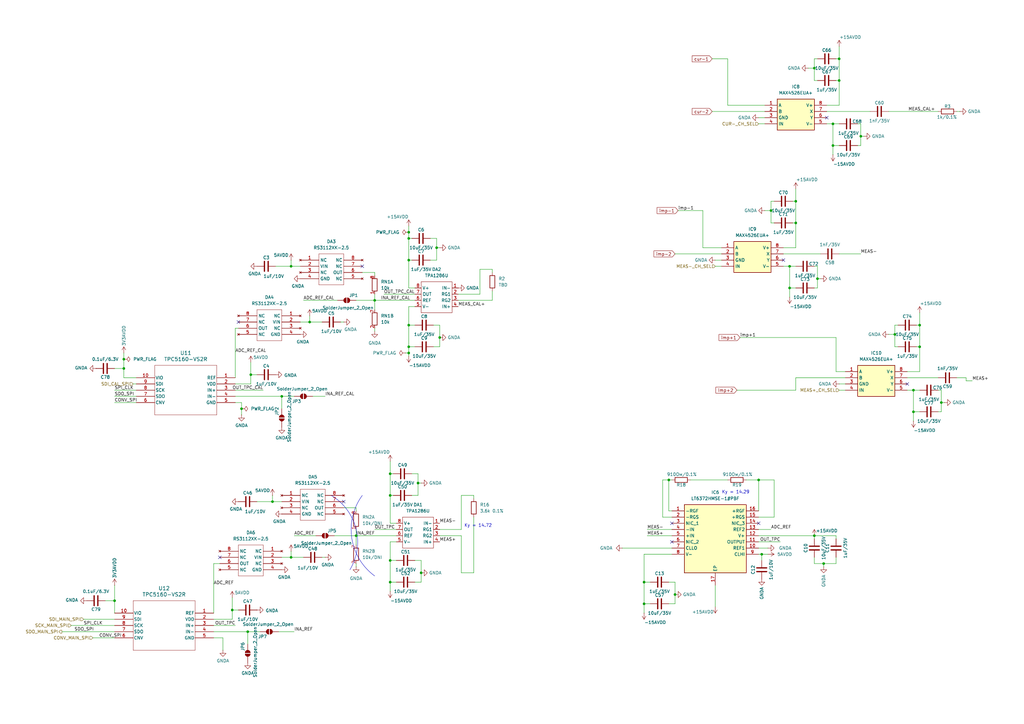
<source format=kicad_sch>
(kicad_sch (version 20250114) (generator "eeschema") (generator_version "9.0")
  (paper "A3")
  (arc (start 135.89 203.2) (mid 146.0126 216.8618) (end 143.51 233.68))
  (arc (start 153.67 236.22) (mid 144.2913 220.7621) (end 148.59 203.2))
  (text "Ку = 14.72\n" (at 196.088 215.646 0) (effects (font (size 1.27 1.27))))
  (text "Ку = 14.29" (at 301.752 201.93 0) (effects (font (size 1.27 1.27))))
  (junction (at 326.39 91.44))
  (junction (at 160.02 194.31))
  (junction (at 311.15 196.85))
  (junction (at 335.28 114.3))
  (junction (at 377.19 133.35))
  (junction (at 180.34 138.43))
  (junction (at 374.65 168.91))
  (junction (at 167.64 106.68))
  (junction (at 172.72 234.95))
  (junction (at 167.64 142.24))
  (junction (at 264.16 247.65))
  (junction (at 264.16 238.76))
  (junction (at 316.23 86.36))
  (junction (at 374.65 160.02))
  (junction (at 167.64 97.79))
  (junction (at 102.87 153.67))
  (junction (at 101.6 259.08))
  (junction (at 326.39 82.55))
  (junction (at 334.01 219.71))
  (junction (at 50.8 151.13))
  (junction (at 119.38 228.6))
  (junction (at 95.25 250.19))
  (junction (at 386.08 165.1))
  (junction (at 119.38 109.22))
  (junction (at 167.64 95.25))
  (junction (at 377.19 142.24))
  (junction (at 312.42 227.33))
  (junction (at 337.82 231.14))
  (junction (at 50.8 147.32))
  (junction (at 111.76 205.74))
  (junction (at 99.06 167.64))
  (junction (at 323.85 118.11))
  (junction (at 46.99 246.38))
  (junction (at 167.64 144.78))
  (junction (at 160.02 203.2))
  (junction (at 353.06 55.88))
  (junction (at 153.67 123.19))
  (junction (at 276.86 243.84))
  (junction (at 367.03 137.16))
  (junction (at 146.05 219.71))
  (junction (at 167.64 133.35))
  (junction (at 323.85 109.22))
  (junction (at 334.01 27.94))
  (junction (at 341.63 50.8))
  (junction (at 171.45 198.12))
  (junction (at 344.17 33.02))
  (junction (at 344.17 24.13))
  (junction (at 127 132.08))
  (junction (at 341.63 59.69))
  (junction (at 160.02 238.76))
  (junction (at 274.32 196.85))
  (junction (at 179.07 101.6))
  (junction (at 115.57 162.56))
  (junction (at 160.02 229.87))
  (no_connect (at 275.59 214.63))
  (no_connect (at 148.59 109.22))
  (no_connect (at 372.11 157.48))
  (no_connect (at 90.17 228.6))
  (no_connect (at 140.97 205.74))
  (no_connect (at 97.79 132.08))
  (no_connect (at 339.09 48.26))
  (no_connect (at 275.59 222.25))
  (no_connect (at 311.15 214.63))
  (no_connect (at 321.31 106.68))
  (wire (pts (xy 275.59 227.33) (xy 264.16 227.33)))
  (wire (pts (xy 303.53 138.43) (xy 342.9 138.43)))
  (wire (pts (xy 311.15 50.8) (xy 313.69 50.8)))
  (wire (pts (xy 264.16 247.65) (xy 264.16 251.46)))
  (wire (pts (xy 377.19 152.4) (xy 372.11 152.4)))
  (wire (pts (xy 189.23 234.95) (xy 194.31 234.95)))
  (wire (pts (xy 323.85 109.22) (xy 323.85 118.11)))
  (wire (pts (xy 353.06 104.14) (xy 344.17 104.14)))
  (wire (pts (xy 264.16 238.76) (xy 266.7 238.76)))
  (wire (pts (xy 337.82 231.14) (xy 342.9 231.14)))
  (wire (pts (xy 132.08 132.08) (xy 127 132.08)))
  (wire (pts (xy 313.69 86.36) (xy 316.23 86.36)))
  (wire (pts (xy 396.24 154.94) (xy 392.43 154.94)))
  (wire (pts (xy 157.48 120.65) (xy 170.18 120.65)))
  (wire (pts (xy 119.38 228.6) (xy 115.57 228.6)))
  (wire (pts (xy 194.31 203.2) (xy 194.31 204.47)))
  (wire (pts (xy 302.26 160.02) (xy 326.39 160.02)))
  (wire (pts (xy 351.79 50.8) (xy 353.06 50.8)))
  (wire (pts (xy 168.91 203.2) (xy 171.45 203.2)))
  (wire (pts (xy 276.86 247.65) (xy 276.86 243.84)))
  (wire (pts (xy 386.08 168.91) (xy 384.81 168.91)))
  (wire (pts (xy 196.85 110.49) (xy 201.93 110.49)))
  (wire (pts (xy 367.03 137.16) (xy 367.03 142.24)))
  (wire (pts (xy 377.19 133.35) (xy 375.92 133.35)))
  (wire (pts (xy 321.31 109.22) (xy 323.85 109.22)))
  (wire (pts (xy 353.06 50.8) (xy 353.06 55.88)))
  (wire (pts (xy 153.67 123.19) (xy 153.67 127)))
  (wire (pts (xy 368.3 133.35) (xy 367.03 133.35)))
  (wire (pts (xy 331.47 27.94) (xy 334.01 27.94)))
  (wire (pts (xy 176.53 97.79) (xy 179.07 97.79)))
  (wire (pts (xy 96.52 134.62) (xy 96.52 154.94)))
  (wire (pts (xy 372.11 154.94) (xy 384.81 154.94)))
  (wire (pts (xy 201.93 123.19) (xy 201.93 119.38)))
  (wire (pts (xy 95.25 254) (xy 95.25 250.19)))
  (wire (pts (xy 334.01 231.14) (xy 337.82 231.14)))
  (wire (pts (xy 55.88 160.02) (xy 46.99 160.02)))
  (wire (pts (xy 276.86 238.76) (xy 276.86 243.84)))
  (wire (pts (xy 148.59 111.76) (xy 153.67 111.76)))
  (wire (pts (xy 337.82 232.41) (xy 337.82 231.14)))
  (wire (pts (xy 96.52 134.62) (xy 97.79 134.62)))
  (wire (pts (xy 321.31 104.14) (xy 336.55 104.14)))
  (wire (pts (xy 170.18 118.11) (xy 167.64 118.11)))
  (wire (pts (xy 344.17 33.02) (xy 344.17 24.13)))
  (wire (pts (xy 335.28 118.11) (xy 334.01 118.11)))
  (wire (pts (xy 127 132.08) (xy 123.19 132.08)))
  (wire (pts (xy 171.45 203.2) (xy 171.45 198.12)))
  (wire (pts (xy 311.15 196.85) (xy 311.15 209.55)))
  (wire (pts (xy 153.67 120.65) (xy 153.67 123.19)))
  (wire (pts (xy 398.78 156.21) (xy 396.24 156.21)))
  (wire (pts (xy 374.65 168.91) (xy 377.19 168.91)))
  (wire (pts (xy 177.8 142.24) (xy 180.34 142.24)))
  (wire (pts (xy 344.17 19.05) (xy 344.17 24.13)))
  (wire (pts (xy 113.03 109.22) (xy 119.38 109.22)))
  (wire (pts (xy 384.81 45.72) (xy 364.49 45.72)))
  (wire (pts (xy 46.99 240.03) (xy 46.99 246.38)))
  (wire (pts (xy 334.01 219.71) (xy 342.9 219.71)))
  (wire (pts (xy 115.57 162.56) (xy 120.65 162.56)))
  (wire (pts (xy 95.25 245.11) (xy 95.25 250.19)))
  (wire (pts (xy 189.23 203.2) (xy 189.23 217.17)))
  (wire (pts (xy 179.07 97.79) (xy 179.07 101.6)))
  (wire (pts (xy 180.34 133.35) (xy 180.34 138.43)))
  (wire (pts (xy 162.56 214.63) (xy 160.02 214.63)))
  (wire (pts (xy 374.65 160.02) (xy 377.19 160.02)))
  (wire (pts (xy 99.06 170.18) (xy 99.06 167.64)))
  (wire (pts (xy 201.93 110.49) (xy 201.93 111.76)))
  (wire (pts (xy 160.02 194.31) (xy 161.29 194.31)))
  (wire (pts (xy 179.07 106.68) (xy 179.07 101.6)))
  (wire (pts (xy 320.04 222.25) (xy 311.15 222.25)))
  (wire (pts (xy 187.96 123.19) (xy 201.93 123.19)))
  (wire (pts (xy 275.59 212.09) (xy 271.78 212.09)))
  (wire (pts (xy 180.34 142.24) (xy 180.34 138.43)))
  (wire (pts (xy 326.39 77.47) (xy 326.39 82.55)))
  (wire (pts (xy 292.1 45.72) (xy 313.69 45.72)))
  (wire (pts (xy 102.87 153.67) (xy 105.41 153.67)))
  (wire (pts (xy 312.42 227.33) (xy 311.15 227.33)))
  (wire (pts (xy 293.37 248.92) (xy 293.37 240.03)))
  (wire (pts (xy 111.76 203.2) (xy 111.76 205.74)))
  (wire (pts (xy 25.4 259.08) (xy 46.99 259.08)))
  (wire (pts (xy 288.29 101.6) (xy 295.91 101.6)))
  (wire (pts (xy 377.19 142.24) (xy 377.19 152.4)))
  (wire (pts (xy 271.78 196.85) (xy 274.32 196.85)))
  (wire (pts (xy 101.6 259.08) (xy 101.6 264.16)))
  (wire (pts (xy 167.64 133.35) (xy 167.64 142.24)))
  (wire (pts (xy 312.42 227.33) (xy 312.42 229.87)))
  (wire (pts (xy 167.64 97.79) (xy 167.64 95.25)))
  (wire (pts (xy 120.65 219.71) (xy 129.54 219.71)))
  (wire (pts (xy 386.08 165.1) (xy 387.35 165.1)))
  (wire (pts (xy 160.02 238.76) (xy 162.56 238.76)))
  (wire (pts (xy 160.02 238.76) (xy 160.02 242.57)))
  (wire (pts (xy 384.81 160.02) (xy 386.08 160.02)))
  (wire (pts (xy 341.63 59.69) (xy 344.17 59.69)))
  (wire (pts (xy 311.15 48.26) (xy 313.69 48.26)))
  (wire (pts (xy 396.24 156.21) (xy 396.24 154.94)))
  (wire (pts (xy 139.7 132.08) (xy 140.97 132.08)))
  (wire (pts (xy 167.64 133.35) (xy 170.18 133.35)))
  (wire (pts (xy 342.9 138.43) (xy 342.9 152.4)))
  (wire (pts (xy 298.45 43.18) (xy 313.69 43.18)))
  (wire (pts (xy 140.97 208.28) (xy 146.05 208.28)))
  (wire (pts (xy 194.31 212.09) (xy 194.31 234.95)))
  (wire (pts (xy 160.02 229.87) (xy 160.02 238.76)))
  (wire (pts (xy 335.28 114.3) (xy 336.55 114.3)))
  (wire (pts (xy 189.23 219.71) (xy 189.23 234.95)))
  (wire (pts (xy 111.76 205.74) (xy 115.57 205.74)))
  (wire (pts (xy 167.64 97.79) (xy 168.91 97.79)))
  (wire (pts (xy 274.32 247.65) (xy 276.86 247.65)))
  (wire (pts (xy 316.23 82.55) (xy 316.23 86.36)))
  (wire (pts (xy 167.64 118.11) (xy 167.64 106.68)))
  (wire (pts (xy 172.72 229.87) (xy 172.72 234.95)))
  (wire (pts (xy 160.02 203.2) (xy 161.29 203.2)))
  (wire (pts (xy 87.63 254) (xy 95.25 254)))
  (wire (pts (xy 127 129.54) (xy 127 132.08)))
  (wire (pts (xy 264.16 247.65) (xy 266.7 247.65)))
  (wire (pts (xy 274.32 196.85) (xy 275.59 196.85)))
  (wire (pts (xy 342.9 152.4) (xy 346.71 152.4)))
  (wire (pts (xy 115.57 162.56) (xy 115.57 167.64)))
  (wire (pts (xy 167.64 95.25) (xy 167.64 92.71)))
  (wire (pts (xy 386.08 165.1) (xy 386.08 168.91)))
  (wire (pts (xy 386.08 160.02) (xy 386.08 165.1)))
  (wire (pts (xy 326.39 91.44) (xy 326.39 101.6)))
  (wire (pts (xy 189.23 203.2) (xy 194.31 203.2)))
  (wire (pts (xy 311.15 224.79) (xy 314.96 224.79)))
  (wire (pts (xy 339.09 50.8) (xy 341.63 50.8)))
  (wire (pts (xy 119.38 109.22) (xy 123.19 109.22)))
  (wire (pts (xy 146.05 123.19) (xy 153.67 123.19)))
  (wire (pts (xy 326.39 160.02) (xy 326.39 154.94)))
  (wire (pts (xy 334.01 33.02) (xy 335.28 33.02)))
  (wire (pts (xy 325.12 91.44) (xy 326.39 91.44)))
  (wire (pts (xy 96.52 157.48) (xy 102.87 157.48)))
  (wire (pts (xy 274.32 238.76) (xy 276.86 238.76)))
  (wire (pts (xy 274.32 209.55) (xy 274.32 196.85)))
  (wire (pts (xy 311.15 196.85) (xy 317.5 196.85)))
  (wire (pts (xy 283.21 196.85) (xy 298.45 196.85)))
  (wire (pts (xy 342.9 33.02) (xy 344.17 33.02)))
  (wire (pts (xy 344.17 24.13) (xy 342.9 24.13)))
  (wire (pts (xy 170.18 238.76) (xy 172.72 238.76)))
  (wire (pts (xy 344.17 33.02) (xy 344.17 43.18)))
  (wire (pts (xy 372.11 160.02) (xy 374.65 160.02)))
  (wire (pts (xy 55.88 157.48) (xy 54.61 157.48)))
  (wire (pts (xy 196.85 110.49) (xy 196.85 120.65)))
  (wire (pts (xy 317.5 212.09) (xy 311.15 212.09)))
  (wire (pts (xy 96.52 256.54) (xy 87.63 256.54)))
  (wire (pts (xy 153.67 123.19) (xy 170.18 123.19)))
  (wire (pts (xy 168.91 194.31) (xy 171.45 194.31)))
  (wire (pts (xy 50.8 154.94) (xy 55.88 154.94)))
  (wire (pts (xy 374.65 168.91) (xy 374.65 172.72)))
  (wire (pts (xy 132.08 228.6) (xy 133.35 228.6)))
  (wire (pts (xy 96.52 165.1) (xy 99.06 165.1)))
  (wire (pts (xy 167.64 144.78) (xy 167.64 146.05)))
  (wire (pts (xy 46.99 151.13) (xy 50.8 151.13)))
  (wire (pts (xy 393.7 45.72) (xy 392.43 45.72)))
  (wire (pts (xy 326.39 101.6) (xy 321.31 101.6)))
  (wire (pts (xy 87.63 259.08) (xy 101.6 259.08)))
  (wire (pts (xy 162.56 222.25) (xy 160.02 222.25)))
  (wire (pts (xy 374.65 160.02) (xy 374.65 168.91)))
  (wire (pts (xy 364.49 137.16) (xy 367.03 137.16)))
  (wire (pts (xy 353.06 55.88) (xy 354.33 55.88)))
  (wire (pts (xy 342.9 219.71) (xy 342.9 220.98)))
  (wire (pts (xy 119.38 226.06) (xy 119.38 228.6)))
  (wire (pts (xy 323.85 118.11) (xy 326.39 118.11)))
  (wire (pts (xy 265.43 217.17) (xy 275.59 217.17)))
  (wire (pts (xy 146.05 219.71) (xy 146.05 223.52)))
  (wire (pts (xy 180.34 219.71) (xy 189.23 219.71)))
  (wire (pts (xy 146.05 219.71) (xy 162.56 219.71)))
  (wire (pts (xy 124.46 228.6) (xy 119.38 228.6)))
  (wire (pts (xy 102.87 157.48) (xy 102.87 153.67)))
  (wire (pts (xy 160.02 214.63) (xy 160.02 203.2)))
  (wire (pts (xy 146.05 208.28) (xy 146.05 209.55)))
  (wire (pts (xy 335.28 109.22) (xy 335.28 114.3)))
  (wire (pts (xy 133.35 162.56) (xy 128.27 162.56)))
  (wire (pts (xy 50.8 151.13) (xy 50.8 154.94)))
  (wire (pts (xy 271.78 212.09) (xy 271.78 196.85)))
  (wire (pts (xy 114.3 259.08) (xy 120.65 259.08)))
  (wire (pts (xy 276.86 104.14) (xy 295.91 104.14)))
  (wire (pts (xy 160.02 229.87) (xy 162.56 229.87)))
  (wire (pts (xy 160.02 194.31) (xy 160.02 189.23)))
  (wire (pts (xy 317.5 196.85) (xy 317.5 212.09)))
  (wire (pts (xy 264.16 238.76) (xy 264.16 247.65)))
  (wire (pts (xy 146.05 217.17) (xy 146.05 219.71)))
  (wire (pts (xy 334.01 24.13) (xy 334.01 27.94)))
  (wire (pts (xy 275.59 209.55) (xy 274.32 209.55)))
  (wire (pts (xy 339.09 45.72) (xy 356.87 45.72)))
  (wire (pts (xy 255.27 224.79) (xy 275.59 224.79)))
  (wire (pts (xy 334.01 27.94) (xy 334.01 33.02)))
  (wire (pts (xy 334.01 220.98) (xy 334.01 219.71)))
  (wire (pts (xy 91.44 266.7) (xy 91.44 261.62)))
  (wire (pts (xy 107.95 160.02) (xy 96.52 160.02)))
  (wire (pts (xy 316.23 86.36) (xy 316.23 91.44)))
  (wire (pts (xy 288.29 86.36) (xy 288.29 101.6)))
  (wire (pts (xy 153.67 217.17) (xy 162.56 217.17)))
  (wire (pts (xy 326.39 82.55) (xy 325.12 82.55)))
  (wire (pts (xy 265.43 219.71) (xy 275.59 219.71)))
  (wire (pts (xy 38.1 261.62) (xy 46.99 261.62)))
  (wire (pts (xy 293.37 109.22) (xy 295.91 109.22)))
  (wire (pts (xy 264.16 227.33) (xy 264.16 238.76)))
  (wire (pts (xy 160.02 203.2) (xy 160.02 194.31)))
  (wire (pts (xy 171.45 198.12) (xy 172.72 198.12)))
  (wire (pts (xy 306.07 196.85) (xy 311.15 196.85)))
  (wire (pts (xy 160.02 222.25) (xy 160.02 229.87)))
  (wire (pts (xy 87.63 231.14) (xy 87.63 251.46)))
  (wire (pts (xy 344.17 43.18) (xy 339.09 43.18)))
  (wire (pts (xy 278.13 86.36) (xy 288.29 86.36)))
  (wire (pts (xy 87.63 231.14) (xy 90.17 231.14)))
  (wire (pts (xy 95.25 250.19) (xy 97.79 250.19)))
  (wire (pts (xy 46.99 246.38) (xy 46.99 251.46)))
  (wire (pts (xy 43.18 246.38) (xy 46.99 246.38)))
  (wire (pts (xy 170.18 125.73) (xy 167.64 125.73)))
  (wire (pts (xy 375.92 142.24) (xy 377.19 142.24)))
  (wire (pts (xy 341.63 50.8) (xy 344.17 50.8)))
  (wire (pts (xy 170.18 229.87) (xy 172.72 229.87)))
  (wire (pts (xy 119.38 106.68) (xy 119.38 109.22)))
  (wire (pts (xy 171.45 194.31) (xy 171.45 198.12)))
  (wire (pts (xy 323.85 109.22) (xy 326.39 109.22)))
  (wire (pts (xy 176.53 106.68) (xy 179.07 106.68)))
  (wire (pts (xy 153.67 111.76) (xy 153.67 113.03)))
  (wire (pts (xy 334.01 109.22) (xy 335.28 109.22)))
  (wire (pts (xy 341.63 50.8) (xy 341.63 59.69)))
  (wire (pts (xy 342.9 231.14) (xy 342.9 228.6)))
  (wire (pts (xy 50.8 144.78) (xy 50.8 147.32)))
  (wire (pts (xy 101.6 259.08) (xy 106.68 259.08)))
  (wire (pts (xy 166.37 144.78) (xy 167.64 144.78)))
  (wire (pts (xy 167.64 142.24) (xy 170.18 142.24)))
  (wire (pts (xy 167.64 106.68) (xy 167.64 97.79)))
  (wire (pts (xy 344.17 160.02) (xy 346.71 160.02)))
  (wire (pts (xy 353.06 55.88) (xy 353.06 59.69)))
  (wire (pts (xy 335.28 114.3) (xy 335.28 118.11)))
  (wire (pts (xy 323.85 118.11) (xy 323.85 121.92)))
  (wire (pts (xy 167.64 142.24) (xy 167.64 144.78)))
  (wire (pts (xy 311.15 219.71) (xy 334.01 219.71)))
  (wire (pts (xy 292.1 24.13) (xy 298.45 24.13)))
  (wire (pts (xy 29.21 256.54) (xy 46.99 256.54)))
  (wire (pts (xy 96.52 162.56) (xy 115.57 162.56)))
  (wire (pts (xy 50.8 147.32) (xy 50.8 151.13)))
  (wire (pts (xy 293.37 106.68) (xy 295.91 106.68)))
  (wire (pts (xy 137.16 219.71) (xy 146.05 219.71)))
  (wire (pts (xy 46.99 165.1) (xy 55.88 165.1)))
  (wire (pts (xy 326.39 91.44) (xy 326.39 82.55)))
  (wire (pts (xy 91.44 261.62) (xy 87.63 261.62)))
  (wire (pts (xy 316.23 217.17) (xy 311.15 217.17)))
  (wire (pts (xy 326.39 154.94) (xy 346.71 154.94)))
  (wire (pts (xy 314.96 227.33) (xy 312.42 227.33)))
  (wire (pts (xy 99.06 167.64) (xy 99.06 165.1)))
  (wire (pts (xy 167.64 125.73) (xy 167.64 133.35)))
  (wire (pts (xy 179.07 101.6) (xy 180.34 101.6)))
  (wire (pts (xy 180.34 217.17) (xy 189.23 217.17)))
  (wire (pts (xy 316.23 91.44) (xy 317.5 91.44)))
  (wire (pts (xy 105.41 205.74) (xy 111.76 205.74)))
  (wire (pts (xy 353.06 59.69) (xy 351.79 59.69)))
  (wire (pts (xy 317.5 82.55) (xy 316.23 82.55)))
  (wire (pts (xy 102.87 148.59) (xy 102.87 153.67)))
  (wire (pts (xy 377.19 142.24) (xy 377.19 133.35)))
  (wire (pts (xy 187.96 120.65) (xy 196.85 120.65)))
  (wire (pts (xy 153.67 135.89) (xy 153.67 134.62)))
  (wire (pts (xy 334.01 228.6) (xy 334.01 231.14)))
  (wire (pts (xy 335.28 24.13) (xy 334.01 24.13)))
  (wire (pts (xy 341.63 59.69) (xy 341.63 63.5)))
  (wire (pts (xy 367.03 133.35) (xy 367.03 137.16)))
  (wire (pts (xy 167.64 106.68) (xy 168.91 106.68)))
  (wire (pts (xy 146.05 232.41) (xy 146.05 231.14)))
  (wire (pts (xy 367.03 142.24) (xy 368.3 142.24)))
  (wire (pts (xy 298.45 24.13) (xy 298.45 43.18)))
  (wire (pts (xy 344.17 157.48) (xy 346.71 157.48)))
  (wire (pts (xy 377.19 128.27) (xy 377.19 133.35)))
  (wire (pts (xy 124.46 123.19) (xy 138.43 123.19)))
  (wire (pts (xy 177.8 133.35) (xy 180.34 133.35)))
  (wire (pts (xy 172.72 238.76) (xy 172.72 234.95)))
  (wire (pts (xy 46.99 162.56) (xy 55.88 162.56)))
  (wire (pts (xy 34.29 254) (xy 46.99 254)))
  (label "SDO_SPI" (at 30.48 259.08 0))
  (label "MEAS+" (at 180.34 222.25 0))
  (label "MEAS_CAL+" (at 187.96 125.73 0))
  (label "ADC_REF_CAL" (at 96.52 144.78 0))
  (label "imp+1" (at 303.53 138.43 0))
  (label "INA_REF" (at 146.05 219.71 0))
  (label "ADC_REF" (at 316.23 217.17 0))
  (label "INA_REF" (at 120.65 259.08 0))
  (label "MEAS-" (at 353.06 104.14 0))
  (label "ADC_REF" (at 87.63 240.03 0))
  (label "MEAS-" (at 180.34 214.63 0))
  (label "INA_REF_CAL" (at 156.21 123.19 0))
  (label "ADC_REF_CAL" (at 124.46 123.19 0))
  (label "ADC_REF" (at 120.65 219.71 0))
  (label "SPI_CLK" (at 46.99 160.02 0))
  (label "MEAS+" (at 398.78 156.21 0))
  (label "imp-1" (at 278.13 86.36 0))
  (label "CONV_SPI" (at 46.99 165.1 0))
  (label "OUT_TPC" (at 96.52 256.54 180))
  (label "SPI_CLK" (at 34.29 256.54 0))
  (label "OUT_TPC_CAL" (at 157.48 120.65 0))
  (label "INA_REF_CAL" (at 133.35 162.56 0))
  (label "OUT_TPC_CAL" (at 107.95 160.02 180))
  (label "CONV_SPI" (at 40.64 261.62 0))
  (label "OUT_TPC" (at 320.04 222.25 180))
  (label "OUT_TPC" (at 153.67 217.17 0))
  (label "SDO_SPI" (at 46.99 162.56 0))
  (label "MEAS+" (at 265.43 219.71 0))
  (label "MEAS-" (at 265.43 217.17 0))
  (label "MEAS_CAL+" (at 383.54 45.72 180))
  (global_label "imp-1" (shape input) (at 278.13 86.36 180) (property "Intersheetrefs" "${INTERSHEET_REFS}" (effects (hide yes))))
  (global_label "imp+1" (shape input) (at 303.53 138.43 180) (property "Intersheetrefs" "${INTERSHEET_REFS}" (effects (hide yes))))
  (global_label "cur-1" (shape input) (at 292.1 24.13 180) (property "Intersheetrefs" "${INTERSHEET_REFS}" (effects (hide yes))))
  (global_label "imp+2" (shape input) (at 302.26 160.02 180) (property "Intersheetrefs" "${INTERSHEET_REFS}" (effects (hide yes))))
  (global_label "cur-2" (shape input) (at 292.1 45.72 180) (property "Intersheetrefs" "${INTERSHEET_REFS}" (effects (hide yes))))
  (global_label "imp-2" (shape input) (at 276.86 104.14 180) (property "Intersheetrefs" "${INTERSHEET_REFS}" (effects (hide yes))))
  (hierarchical_label "MEAS-_CH_SEL" (shape input) (at 293.37 109.22 180))
  (hierarchical_label "MEAS+_CH_SEL" (shape input) (at 344.17 160.02 180))
  (hierarchical_label "SCK_MAIN_SPI" (shape input) (at 29.21 256.54 180))
  (hierarchical_label "SDI_CAL_SPI" (shape input) (at 54.61 157.48 180))
  (hierarchical_label "CONV_MAIN_SPI" (shape input) (at 38.1 261.62 180))
  (hierarchical_label "CUR-_CH_SEL" (shape input) (at 311.15 50.8 180))
  (hierarchical_label "SDO_MAIN_SPI" (shape output) (at 25.4 259.08 180))
  (hierarchical_label "SDI_MAIN_SPI" (shape input) (at 34.29 254 180))
  (symbol (lib_id "Device:C") (at 166.37 229.87 270) (mirror x) (unit 1)
    (property "Reference" "C51" (at 166.37 226.314 90))
    (property "Value" "1uF/35V" (at 166.37 233.68 90))
    (property "Footprint" "Capacitor_SMD:C_0603_1608Metric_Pad1.08x0.95mm_HandSolder" (effects (hide yes)))
    (property "Description" "Unpolarized capacitor" (effects (hide yes)))
  )
  (symbol (lib_id "Device:C") (at 101.6 205.74 270) (mirror x) (unit 1)
    (property "Reference" "C46" (at 101.6 202.184 90))
    (property "Value" "1uF/10V" (at 104.648 209.804 90))
    (property "Footprint" "Capacitor_SMD:C_0603_1608Metric_Pad1.08x0.95mm_HandSolder" (effects (hide yes)))
    (property "Description" "Unpolarized capacitor" (effects (hide yes)))
  )
  (symbol (lib_id "power:VDD") (at 264.16 251.46 180) (unit 1)
    (property "Reference" "#PWR092" (effects (hide yes)))
    (property "Value" "-15AVDD" (at 268.732 255.27 0))
    (property "Description" "Power symbol creates a global label with name \"VDD\"" (effects (hide yes)))
  )
  (symbol (lib_id "LT6372HMSE-1#PBF:LT6372HMSE-1#PBF") (at 275.59 209.55 0) (unit 1)
    (property "Reference" "IC6" (at 293.37 201.93 0))
    (property "Value" "LT6372HMSE-1#PBF" (at 293.37 204.47 0))
    (property "Footprint" "SOP50P490X110-17N" (effects (hide yes)))
    (property "Datasheet" "https://www.analog.com/LT6372-1/datasheet" (effects (hide yes)))
    (property "Description" "Precision Instrumentation Amplifier with Level Shift and Output Clamping" (effects (hide yes)))
    (property "Height" "1.1" (effects (hide yes)))
    (property "Manufacturer_Name" "Analog Devices" (effects (hide yes)))
    (property "Manufacturer_Part_Number" "LT6372HMSE-1#PBF" (effects (hide yes)))
    (property "Mouser Part Number" "584-LT6372HMSE-1#PBF" (effects (hide yes)))
    (property "Mouser Price/Stock" "https://www.mouser.co.uk/ProductDetail/Analog-Devices/LT6372HMSE-1PBF?qs=zW32dvEIR3sgRPIeqvuzhg%3D%3D" (effects (hide yes)))
  )
  (symbol (lib_id "Device:R") (at 194.31 208.28 0) (unit 1)
    (property "Reference" "R16" (at 196.85 207.0099 0) (effects (justify left)))
    (property "Value" "3.6k 0.1%" (at 196.85 209.5499 0) (effects (justify left)))
    (property "Footprint" "Resistor_SMD:R_0805_2012Metric_Pad1.20x1.40mm_HandSolder" (effects (hide yes)))
    (property "Description" "Resistor" (effects (hide yes)))
  )
  (symbol (lib_id "Device:C") (at 173.99 142.24 270) (mirror x) (unit 1)
    (property "Reference" "C9" (at 173.99 138.684 90))
    (property "Value" "10uF/35V" (at 173.99 146.05 90))
    (property "Footprint" "Capacitor_SMD:C_0805_2012Metric_Pad1.18x1.45mm_HandSolder" (effects (hide yes)))
    (property "Description" "Unpolarized capacitor" (effects (hide yes)))
  )
  (symbol (lib_id "Device:C") (at 321.31 82.55 90) (unit 1)
    (property "Reference" "C70" (at 321.31 78.994 90))
    (property "Value" "10uF/35V" (at 321.31 86.36 90))
    (property "Footprint" "Capacitor_SMD:C_0805_2012Metric_Pad1.18x1.45mm_HandSolder" (effects (hide yes)))
    (property "Description" "Unpolarized capacitor" (effects (hide yes)))
  )
  (symbol (lib_id "zpc-lib:TPA1286U") (at 179.07 115.57 0) (mirror y) (unit 1)
    (property "Reference" "DA2" (at 179.07 110.49 0))
    (property "Value" "TPA1286U" (at 179.07 113.03 0))
    (property "Footprint" "Package_SO:MSOP-8_3x3mm_P0.65mm" (effects (hide yes)))
  )
  (symbol (lib_id "Device:R") (at 279.4 196.85 270) (unit 1)
    (property "Reference" "R18" (at 279.4 198.882 90))
    (property "Value" "910Ом/0.1%" (at 279.654 194.564 90))
    (property "Footprint" "Resistor_SMD:R_0603_1608Metric_Pad0.98x0.95mm_HandSolder" (effects (hide yes)))
    (property "Description" "Resistor" (effects (hide yes)))
  )
  (symbol (lib_id "power:GNDA") (at 115.57 210.82 270) (unit 1)
    (property "Reference" "#PWR075" (effects (hide yes)))
    (property "Value" "GNDA" (at 114.554 213.868 90))
    (property "Description" "Power symbol creates a global label with name \"GNDA\" , analog ground" (effects (hide yes)))
  )
  (symbol (lib_id "Device:C") (at 334.01 224.79 180) (unit 1)
    (property "Reference" "C10" (at 330.454 224.79 90))
    (property "Value" "10uF/35V" (at 337.82 224.79 90))
    (property "Footprint" "Capacitor_SMD:C_0805_2012Metric_Pad1.18x1.45mm_HandSolder" (effects (hide yes)))
    (property "Description" "Unpolarized capacitor" (effects (hide yes)))
  )
  (symbol (lib_id "Device:R_Pack04_Split") (at 153.67 116.84 0) (unit 1)
    (property "Reference" "RN1" (at 156.21 115.5699 0) (effects (justify left)))
    (property "Value" "10k" (at 156.21 118.1099 0) (effects (justify left)))
    (property "Footprint" "Resistor_SMD:R_Array_Convex_4x0603" (effects (hide yes)))
    (property "Description" "4 resistor network, parallel topology, split" (effects (hide yes)))
  )
  (symbol (lib_id "power:GNDA") (at 354.33 55.88 90) (mirror x) (unit 1)
    (property "Reference" "#PWR0107" (effects (hide yes)))
    (property "Value" "GNDA" (at 360.172 55.88 90))
    (property "Description" "Power symbol creates a global label with name \"GNDA\" , analog ground" (effects (hide yes)))
  )
  (symbol (lib_id "power:GNDA") (at 293.37 106.68 270) (mirror x) (unit 1)
    (property "Reference" "#PWR0110" (effects (hide yes)))
    (property "Value" "GNDA" (at 287.528 106.68 90))
    (property "Description" "Power symbol creates a global label with name \"GNDA\" , analog ground" (effects (hide yes)))
  )
  (symbol (lib_id "Device:R") (at 388.62 45.72 90) (unit 1)
    (property "Reference" "R3" (at 388.62 43.688 90))
    (property "Value" "1k/0.1%" (at 388.366 48.006 90))
    (property "Footprint" "Resistor_SMD:R_0603_1608Metric_Pad0.98x0.95mm_HandSolder" (effects (hide yes)))
    (property "Description" "Resistor" (effects (hide yes)))
  )
  (symbol (lib_id "Device:C") (at 321.31 91.44 90) (unit 1)
    (property "Reference" "C71" (at 321.31 87.884 90))
    (property "Value" "1uF/35V" (at 321.31 95.25 90))
    (property "Footprint" "Capacitor_SMD:C_0603_1608Metric_Pad1.08x0.95mm_HandSolder" (effects (hide yes)))
    (property "Description" "Unpolarized capacitor" (effects (hide yes)))
  )
  (symbol (lib_id "Jumper:SolderJumper_2_Open") (at 124.46 162.56 180) (unit 1) (exclude_from_sim yes) (in_bom no)
    (property "Reference" "JP3" (at 121.666 164.592 0))
    (property "Value" "SolderJumper_2_Open" (at 123.952 159.512 0))
    (property "Footprint" "Jumper:SolderJumper-2_P1.3mm_Open_TrianglePad1.0x1.5mm" (effects (hide yes)))
    (property "Description" "Solder Jumper, 2-pole, open" (effects (hide yes)))
  )
  (symbol (lib_id "power:VDD") (at 95.25 245.11 0) (mirror y) (unit 1)
    (property "Reference" "#PWR071" (effects (hide yes)))
    (property "Value" "5AVDD" (at 99.314 243.078 0))
    (property "Description" "Power symbol creates a global label with name \"VDD\"" (effects (hide yes)))
  )
  (symbol (lib_id "power:GNDA") (at 337.82 232.41 0) (unit 1)
    (property "Reference" "#PWR088" (effects (hide yes)))
    (property "Value" "GNDA" (at 337.82 238.252 90))
    (property "Description" "Power symbol creates a global label with name \"GNDA\" , analog ground" (effects (hide yes)))
  )
  (symbol (lib_id "2024-07-17_19-58-29:TPC5160-VS2R") (at 96.52 154.94 0) (mirror y) (unit 1)
    (property "Reference" "U11" (at 76.2 144.78 0) (effects (font (size 1.524 1.524))))
    (property "Value" "TPC5160-VS2R" (at 76.2 147.32 0) (effects (font (size 1.524 1.524))))
    (property "Footprint" "VS2MSOP-10-A_TPK" (effects (hide yes)))
    (property "Datasheet" "TPC5160-VS2R" (effects (hide yes)))
  )
  (symbol (lib_id "power:GNDA") (at 123.19 114.3 270) (unit 1)
    (property "Reference" "#PWR014" (effects (hide yes)))
    (property "Value" "GNDA" (at 122.174 117.348 90))
    (property "Description" "Power symbol creates a global label with name \"GNDA\" , analog ground" (effects (hide yes)))
  )
  (symbol (lib_id "power:GNDA") (at 313.69 86.36 270) (unit 1)
    (property "Reference" "#PWR0111" (effects (hide yes)))
    (property "Value" "GNDA" (at 307.848 86.36 90))
    (property "Description" "Power symbol creates a global label with name \"GNDA\" , analog ground" (effects (hide yes)))
  )
  (symbol (lib_id "MAX4526CSA+:MAX4526CSA+") (at 346.71 152.4 0) (unit 1)
    (property "Reference" "IC10" (at 359.41 144.78 0))
    (property "Value" "MAX4526EUA+" (at 359.41 147.32 0))
    (property "Footprint" "SOIC127P600X175-8N" (effects (hide yes)))
    (property "Datasheet" "https://datasheet.datasheetarchive.com/originals/distributors/SFDatasheet-4/sf-00086637.pdf" (effects (hide yes)))
    (property "Description" "Analogue Switch Single DPDT" (effects (hide yes)))
    (property "Height" "1.75" (effects (hide yes)))
    (property "Manufacturer_Name" "Analog Devices" (effects (hide yes)))
    (property "Manufacturer_Part_Number" "MAX4526CSA+" (effects (hide yes)))
    (property "Mouser Part Number" "700-MAX4526CSA" (effects (hide yes)))
    (property "Mouser Price/Stock" "https://www.mouser.co.uk/ProductDetail/Maxim-Integrated/MAX4526CSA%2b?qs=1THa7WoU59Hn83AxU9K9Cg%3D%3D" (effects (hide yes)))
  )
  (symbol (lib_id "power:GNDA") (at 180.34 138.43 90) (mirror x) (unit 1)
    (property "Reference" "#PWR022" (effects (hide yes)))
    (property "Value" "GNDA" (at 186.182 138.43 90))
    (property "Description" "Power symbol creates a global label with name \"GNDA\" , analog ground" (effects (hide yes)))
  )
  (symbol (lib_id "Device:C") (at 381 168.91 270) (mirror x) (unit 1)
    (property "Reference" "C77" (at 381 165.354 90))
    (property "Value" "10uF/35V" (at 381 172.72 90))
    (property "Footprint" "Capacitor_SMD:C_0805_2012Metric_Pad1.18x1.45mm_HandSolder" (effects (hide yes)))
    (property "Description" "Unpolarized capacitor" (effects (hide yes)))
  )
  (symbol (lib_id "Device:C") (at 330.2 118.11 270) (mirror x) (unit 1)
    (property "Reference" "C73" (at 330.2 114.554 90))
    (property "Value" "10uF/35V" (at 330.2 121.92 90))
    (property "Footprint" "Capacitor_SMD:C_0805_2012Metric_Pad1.18x1.45mm_HandSolder" (effects (hide yes)))
    (property "Description" "Unpolarized capacitor" (effects (hide yes)))
  )
  (symbol (lib_id "Device:C") (at 101.6 250.19 90) (unit 1)
    (property "Reference" "C47" (at 101.6 246.634 90))
    (property "Value" "1uF/10V" (at 101.6 254 90))
    (property "Footprint" "Capacitor_SMD:C_0603_1608Metric_Pad1.08x0.95mm_HandSolder" (effects (hide yes)))
    (property "Description" "Unpolarized capacitor" (effects (hide yes)))
  )
  (symbol (lib_id "Device:C") (at 388.62 154.94 270) (unit 1)
    (property "Reference" "C59" (at 388.62 158.496 90))
    (property "Value" "1nF/35V" (at 388.62 151.13 90))
    (property "Footprint" "Capacitor_SMD:C_0603_1608Metric_Pad1.08x0.95mm_HandSolder" (effects (hide yes)))
    (property "Description" "Unpolarized capacitor" (effects (hide yes)))
  )
  (symbol (lib_id "power:VDD") (at 119.38 226.06 0) (mirror y) (unit 1)
    (property "Reference" "#PWR077" (effects (hide yes)))
    (property "Value" "5AVDD" (at 123.444 224.028 0))
    (property "Description" "Power symbol creates a global label with name \"VDD\"" (effects (hide yes)))
  )
  (symbol (lib_id "power:GNDA") (at 105.41 250.19 90) (mirror x) (unit 1)
    (property "Reference" "#PWR073" (effects (hide yes)))
    (property "Value" "GNDA" (at 111.506 250.444 90))
    (property "Description" "Power symbol creates a global label with name \"GNDA\" , analog ground" (effects (hide yes)))
  )
  (symbol (lib_id "Device:C") (at 43.18 151.13 270) (unit 1)
    (property "Reference" "C78" (at 43.18 154.686 90))
    (property "Value" "0.1uF/6.3V" (at 43.18 147.32 90))
    (property "Footprint" "Capacitor_SMD:C_0603_1608Metric_Pad1.08x0.95mm_HandSolder" (effects (hide yes)))
    (property "Description" "Unpolarized capacitor" (effects (hide yes)))
  )
  (symbol (lib_id "power:GNDA") (at 314.96 224.79 90) (unit 1)
    (property "Reference" "#PWR094" (effects (hide yes)))
    (property "Value" "GNDA" (at 322.072 224.79 90))
    (property "Description" "Power symbol creates a global label with name \"GNDA\" , analog ground" (effects (hide yes)))
  )
  (symbol (lib_id "power:VDD") (at 46.99 240.03 0) (mirror y) (unit 1)
    (property "Reference" "#PWR0124" (effects (hide yes)))
    (property "Value" "3V3AVDD" (at 46.99 232.918 90))
    (property "Description" "Power symbol creates a global label with name \"VDD\"" (effects (hide yes)))
  )
  (symbol (lib_id "Device:R_Pack04_Split") (at 146.05 213.36 0) (unit 1)
    (property "Reference" "RN2" (at 148.59 212.0899 0) (effects (justify left)))
    (property "Value" "10k/DNI" (at 148.59 214.6299 0) (effects (justify left)))
    (property "Footprint" "Resistor_SMD:R_Array_Convex_4x0603" (effects (hide yes)))
    (property "Description" "4 resistor network, parallel topology, split" (effects (hide yes)))
  )
  (symbol (lib_id "power:GNDA") (at 91.44 266.7 0) (mirror y) (unit 1)
    (property "Reference" "#PWR070" (effects (hide yes)))
    (property "Value" "GNDA" (at 91.44 271.018 0))
    (property "Description" "Power symbol creates a global label with name \"GNDA\" , analog ground" (effects (hide yes)))
  )
  (symbol (lib_id "power:GNDA") (at 344.17 157.48 270) (mirror x) (unit 1)
    (property "Reference" "#PWR0117" (effects (hide yes)))
    (property "Value" "GNDA" (at 338.328 157.48 90))
    (property "Description" "Power symbol creates a global label with name \"GNDA\" , analog ground" (effects (hide yes)))
  )
  (symbol (lib_id "Device:C") (at 128.27 228.6 90) (unit 1)
    (property "Reference" "C48" (at 128.27 225.044 90))
    (property "Value" "1uF/10V" (at 126.238 232.918 90))
    (property "Footprint" "Capacitor_SMD:C_0603_1608Metric_Pad1.08x0.95mm_HandSolder" (effects (hide yes)))
    (property "Description" "Unpolarized capacitor" (effects (hide yes)))
  )
  (symbol (lib_id "power:VDD") (at 314.96 227.33 270) (unit 1)
    (property "Reference" "#PWR090" (effects (hide yes)))
    (property "Value" "5AVDD" (at 321.818 227.33 90))
    (property "Description" "Power symbol creates a global label with name \"VDD\"" (effects (hide yes)))
  )
  (symbol (lib_id "Device:C") (at 165.1 203.2 270) (mirror x) (unit 1)
    (property "Reference" "C50" (at 165.1 199.644 90))
    (property "Value" "1uF/35V" (at 165.1 207.01 90))
    (property "Footprint" "Capacitor_SMD:C_0603_1608Metric_Pad1.08x0.95mm_HandSolder" (effects (hide yes)))
    (property "Description" "Unpolarized capacitor" (effects (hide yes)))
  )
  (symbol (lib_id "power:GNDA") (at 336.55 114.3 90) (mirror x) (unit 1)
    (property "Reference" "#PWR0114" (effects (hide yes)))
    (property "Value" "GNDA" (at 342.392 114.3 90))
    (property "Description" "Power symbol creates a global label with name \"GNDA\" , analog ground" (effects (hide yes)))
  )
  (symbol (lib_id "power:GNDA") (at 115.57 233.68 90) (mirror x) (unit 1)
    (property "Reference" "#PWR076" (effects (hide yes)))
    (property "Value" "GNDA" (at 116.586 236.728 90))
    (property "Description" "Power symbol creates a global label with name \"GNDA\" , analog ground" (effects (hide yes)))
  )
  (symbol (lib_id "Device:C") (at 381 160.02 270) (mirror x) (unit 1)
    (property "Reference" "C76" (at 384.556 159.004 90))
    (property "Value" "1uF/35V" (at 381 163.83 90))
    (property "Footprint" "Capacitor_SMD:C_0603_1608Metric_Pad1.08x0.95mm_HandSolder" (effects (hide yes)))
    (property "Description" "Unpolarized capacitor" (effects (hide yes)))
  )
  (symbol (lib_id "Device:C") (at 270.51 247.65 270) (mirror x) (unit 1)
    (property "Reference" "C57" (at 270.51 244.094 90))
    (property "Value" "10uF/35V" (at 270.51 251.46 90))
    (property "Footprint" "Capacitor_SMD:C_0805_2012Metric_Pad1.18x1.45mm_HandSolder" (effects (hide yes)))
    (property "Description" "Unpolarized capacitor" (effects (hide yes)))
  )
  (symbol (lib_id "power:GNDA") (at 113.03 153.67 90) (mirror x) (unit 1)
    (property "Reference" "#PWR012" (effects (hide yes)))
    (property "Value" "GNDA" (at 119.126 153.924 90))
    (property "Description" "Power symbol creates a global label with name \"GNDA\" , analog ground" (effects (hide yes)))
  )
  (symbol (lib_id "Device:C") (at 172.72 97.79 270) (mirror x) (unit 1)
    (property "Reference" "C6" (at 172.72 94.234 90))
    (property "Value" "10uF/35V" (at 172.72 101.6 90))
    (property "Footprint" "Capacitor_SMD:C_0805_2012Metric_Pad1.18x1.45mm_HandSolder" (effects (hide yes)))
    (property "Description" "Unpolarized capacitor" (effects (hide yes)))
  )
  (symbol (lib_id "power:GNDA") (at 35.56 246.38 270) (mirror x) (unit 1)
    (property "Reference" "#PWR068" (effects (hide yes)))
    (property "Value" "GNDA" (at 29.464 246.126 90))
    (property "Description" "Power symbol creates a global label with name \"GNDA\" , analog ground" (effects (hide yes)))
  )
  (symbol (lib_id "Device:C") (at 109.22 153.67 90) (unit 1)
    (property "Reference" "C4" (at 109.22 150.114 90))
    (property "Value" "1uF/10V" (at 109.22 157.48 90))
    (property "Footprint" "Capacitor_SMD:C_0603_1608Metric_Pad1.08x0.95mm_HandSolder" (effects (hide yes)))
    (property "Description" "Unpolarized capacitor" (effects (hide yes)))
  )
  (symbol (lib_id "Jumper:SolderJumper_2_Open") (at 101.6 267.97 90) (unit 1) (exclude_from_sim yes) (in_bom no)
    (property "Reference" "JP6" (at 99.568 265.176 0))
    (property "Value" "SolderJumper_2_Open" (at 104.648 267.462 0))
    (property "Footprint" "Jumper:SolderJumper-2_P1.3mm_Open_TrianglePad1.0x1.5mm" (effects (hide yes)))
    (property "Description" "Solder Jumper, 2-pole, open" (effects (hide yes)))
  )
  (symbol (lib_id "power:VDD") (at 167.64 146.05 180) (unit 1)
    (property "Reference" "#PWR020" (effects (hide yes)))
    (property "Value" "-15AVDD" (at 172.212 149.86 0))
    (property "Description" "Power symbol creates a global label with name \"VDD\"" (effects (hide yes)))
  )
  (symbol (lib_id "power:GNDA") (at 312.42 237.49 0) (unit 1)
    (property "Reference" "#PWR091" (effects (hide yes)))
    (property "Value" "GNDA" (at 312.42 243.332 90))
    (property "Description" "Power symbol creates a global label with name \"GNDA\" , analog ground" (effects (hide yes)))
  )
  (symbol (lib_id "zpc-lib:RS3112") (at 110.49 127 0) (mirror y) (unit 1)
    (property "Reference" "DA4" (at 110.49 121.92 0))
    (property "Value" "RS3112XK-2.5" (at 110.49 124.46 0))
    (property "Footprint" "Package_SO:SOIC-8_3.9x4.9mm_P1.27mm" (effects (hide yes)))
  )
  (symbol (lib_id "power:GNDA") (at 140.97 132.08 90) (mirror x) (unit 1)
    (property "Reference" "#PWR017" (effects (hide yes)))
    (property "Value" "GNDA" (at 143.764 135.128 90))
    (property "Description" "Power symbol creates a global label with name \"GNDA\" , analog ground" (effects (hide yes)))
  )
  (symbol (lib_id "power:GNDA") (at 276.86 243.84 90) (mirror x) (unit 1)
    (property "Reference" "#PWR093" (effects (hide yes)))
    (property "Value" "GNDA" (at 282.702 243.84 90))
    (property "Description" "Power symbol creates a global label with name \"GNDA\" , analog ground" (effects (hide yes)))
  )
  (symbol (lib_id "power:VDD") (at 102.87 148.59 0) (mirror y) (unit 1)
    (property "Reference" "#PWR010" (effects (hide yes)))
    (property "Value" "5AVDD" (at 106.934 146.558 0))
    (property "Description" "Power symbol creates a global label with name \"VDD\"" (effects (hide yes)))
  )
  (symbol (lib_id "power:VDD") (at 111.76 203.2 0) (unit 1)
    (property "Reference" "#PWR074" (effects (hide yes)))
    (property "Value" "5AVDD" (at 107.696 201.168 0))
    (property "Description" "Power symbol creates a global label with name \"VDD\"" (effects (hide yes)))
  )
  (symbol (lib_id "power:GNDA") (at 393.7 45.72 90) (mirror x) (unit 1)
    (property "Reference" "#PWR024" (effects (hide yes)))
    (property "Value" "GNDA" (at 399.542 45.72 90))
    (property "Description" "Power symbol creates a global label with name \"GNDA\" , analog ground" (effects (hide yes)))
  )
  (symbol (lib_id "power:VDD") (at 323.85 121.92 180) (unit 1)
    (property "Reference" "#PWR0112" (effects (hide yes)))
    (property "Value" "-15AVDD" (at 328.422 125.73 0))
    (property "Description" "Power symbol creates a global label with name \"VDD\"" (effects (hide yes)))
  )
  (symbol (lib_id "Device:C") (at 342.9 224.79 180) (unit 1)
    (property "Reference" "C11" (at 339.344 224.79 90))
    (property "Value" "1uF/35V" (at 346.71 224.79 90))
    (property "Footprint" "Capacitor_SMD:C_0603_1608Metric_Pad1.08x0.95mm_HandSolder" (effects (hide yes)))
    (property "Description" "Unpolarized capacitor" (effects (hide yes)))
  )
  (symbol (lib_id "power:GNDA") (at 172.72 198.12 90) (mirror x) (unit 1)
    (property "Reference" "#PWR082" (effects (hide yes)))
    (property "Value" "GNDA" (at 178.562 198.12 90))
    (property "Description" "Power symbol creates a global label with name \"GNDA\" , analog ground" (effects (hide yes)))
  )
  (symbol (lib_id "Device:C") (at 312.42 233.68 180) (unit 1)
    (property "Reference" "C12" (at 308.864 233.68 90))
    (property "Value" "1uF/10V" (at 316.23 233.68 90))
    (property "Footprint" "Capacitor_SMD:C_0603_1608Metric_Pad1.08x0.95mm_HandSolder" (effects (hide yes)))
    (property "Description" "Unpolarized capacitor" (effects (hide yes)))
  )
  (symbol (lib_id "Device:C") (at 109.22 109.22 270) (mirror x) (unit 1)
    (property "Reference" "C3" (at 109.22 105.664 90))
    (property "Value" "1uF/10V" (at 112.268 113.284 90))
    (property "Footprint" "Capacitor_SMD:C_0603_1608Metric_Pad1.08x0.95mm_HandSolder" (effects (hide yes)))
    (property "Description" "Unpolarized capacitor" (effects (hide yes)))
  )
  (symbol (lib_id "Device:C") (at 339.09 24.13 90) (unit 1)
    (property "Reference" "C66" (at 339.09 20.574 90))
    (property "Value" "10uF/35V" (at 339.09 27.94 90))
    (property "Footprint" "Capacitor_SMD:C_0805_2012Metric_Pad1.18x1.45mm_HandSolder" (effects (hide yes)))
    (property "Description" "Unpolarized capacitor" (effects (hide yes)))
  )
  (symbol (lib_id "power:GNDA") (at 115.57 175.26 0) (mirror y) (unit 1)
    (property "Reference" "#PWR084" (effects (hide yes)))
    (property "Value" "GNDA" (at 115.57 179.578 0))
    (property "Description" "Power symbol creates a global label with name \"GNDA\" , analog ground" (effects (hide yes)))
  )
  (symbol (lib_id "power:VDD") (at 160.02 242.57 180) (unit 1)
    (property "Reference" "#PWR081" (effects (hide yes)))
    (property "Value" "-15AVDD" (at 164.592 246.38 0))
    (property "Description" "Power symbol creates a global label with name \"VDD\"" (effects (hide yes)))
  )
  (symbol (lib_id "Jumper:SolderJumper_2_Open") (at 133.35 219.71 0) (unit 1) (exclude_from_sim yes) (in_bom no)
    (property "Reference" "JP5" (at 136.144 217.678 0))
    (property "Value" "SolderJumper_2_Open" (at 133.858 222.758 0))
    (property "Footprint" "Jumper:SolderJumper-2_P1.3mm_Open_TrianglePad1.0x1.5mm" (effects (hide yes)))
    (property "Description" "Solder Jumper, 2-pole, open" (effects (hide yes)))
  )
  (symbol (lib_id "power:VDD") (at 377.19 128.27 0) (mirror y) (unit 1)
    (property "Reference" "#PWR0120" (effects (hide yes)))
    (property "Value" "+15AVDD" (at 381.762 124.46 0))
    (property "Description" "Power symbol creates a global label with name \"VDD\"" (effects (hide yes)))
  )
  (symbol (lib_id "power:VDD") (at 334.01 219.71 0) (mirror y) (unit 1)
    (property "Reference" "#PWR026" (effects (hide yes)))
    (property "Value" "+15AVDD" (at 339.09 217.678 0))
    (property "Description" "Power symbol creates a global label with name \"VDD\"" (effects (hide yes)))
  )
  (symbol (lib_id "Device:C") (at 166.37 238.76 270) (mirror x) (unit 1)
    (property "Reference" "C52" (at 166.37 235.204 90))
    (property "Value" "10uF/35V" (at 166.37 242.57 90))
    (property "Footprint" "Capacitor_SMD:C_0805_2012Metric_Pad1.18x1.45mm_HandSolder" (effects (hide yes)))
    (property "Description" "Unpolarized capacitor" (effects (hide yes)))
  )
  (symbol (lib_id "Device:R_Pack04_Split") (at 146.05 227.33 0) (unit 2)
    (property "Reference" "RN2" (at 148.59 226.0599 0) (effects (justify left)))
    (property "Value" "10k/DNI" (at 148.59 228.5999 0) (effects (justify left)))
    (property "Footprint" "Resistor_SMD:R_Array_Convex_4x0603" (effects (hide yes)))
    (property "Description" "4 resistor network, parallel topology, split" (effects (hide yes)))
  )
  (symbol (lib_id "power:VDD") (at 344.17 19.05 0) (mirror y) (unit 1)
    (property "Reference" "#PWR0106" (effects (hide yes)))
    (property "Value" "+15AVDD" (at 348.742 15.24 0))
    (property "Description" "Power symbol creates a global label with name \"VDD\"" (effects (hide yes)))
  )
  (symbol (lib_id "power:GNDA") (at 99.06 170.18 0) (mirror y) (unit 1)
    (property "Reference" "#PWR09" (effects (hide yes)))
    (property "Value" "GNDA" (at 99.06 174.498 0))
    (property "Description" "Power symbol creates a global label with name \"GNDA\" , analog ground" (effects (hide yes)))
  )
  (symbol (lib_id "Device:C") (at 340.36 104.14 270) (unit 1)
    (property "Reference" "C58" (at 340.36 107.696 90))
    (property "Value" "1nF/35V" (at 340.36 100.33 90))
    (property "Footprint" "Capacitor_SMD:C_0603_1608Metric_Pad1.08x0.95mm_HandSolder" (effects (hide yes)))
    (property "Description" "Unpolarized capacitor" (effects (hide yes)))
  )
  (symbol (lib_id "power:GNDA") (at 39.37 151.13 270) (mirror x) (unit 1)
    (property "Reference" "#PWR067" (effects (hide yes)))
    (property "Value" "GNDA" (at 33.274 150.876 90))
    (property "Description" "Power symbol creates a global label with name \"GNDA\" , analog ground" (effects (hide yes)))
  )
  (symbol (lib_id "Device:R_Pack04_Split") (at 153.67 130.81 0) (unit 2)
    (property "Reference" "RN1" (at 156.21 129.5399 0) (effects (justify left)))
    (property "Value" "10k" (at 156.21 132.0799 0) (effects (justify left)))
    (property "Footprint" "Resistor_SMD:R_Array_Convex_4x0603" (effects (hide yes)))
    (property "Description" "4 resistor network, parallel topology, split" (effects (hide yes)))
  )
  (symbol (lib_id "Device:C") (at 165.1 194.31 270) (mirror x) (unit 1)
    (property "Reference" "C49" (at 165.1 190.754 90))
    (property "Value" "10uF/35V" (at 165.1 198.12 90))
    (property "Footprint" "Capacitor_SMD:C_0805_2012Metric_Pad1.18x1.45mm_HandSolder" (effects (hide yes)))
    (property "Description" "Unpolarized capacitor" (effects (hide yes)))
  )
  (symbol (lib_id "power:PWR_FLAG") (at 50.8 147.32 270) (unit 1)
    (property "Reference" "#FLG09" (effects (hide yes)))
    (property "Value" "PWR_FLAG" (at 54.61 147.3199 90) (effects (justify left)))
    (property "Description" "Special symbol for telling ERC where power comes from" (effects (hide yes)))
  )
  (symbol (lib_id "power:GNDA") (at 331.47 27.94 270) (unit 1)
    (property "Reference" "#PWR0104" (effects (hide yes)))
    (property "Value" "GNDA" (at 325.628 27.94 90))
    (property "Description" "Power symbol creates a global label with name \"GNDA\" , analog ground" (effects (hide yes)))
  )
  (symbol (lib_id "power:GNDA") (at 255.27 224.79 270) (unit 1)
    (property "Reference" "#PWR089" (effects (hide yes)))
    (property "Value" "GNDA" (at 248.666 224.79 90))
    (property "Description" "Power symbol creates a global label with name \"GNDA\" , analog ground" (effects (hide yes)))
  )
  (symbol (lib_id "power:GNDA") (at 101.6 271.78 0) (mirror y) (unit 1)
    (property "Reference" "#PWR096" (effects (hide yes)))
    (property "Value" "GNDA" (at 101.6 276.098 0))
    (property "Description" "Power symbol creates a global label with name \"GNDA\" , analog ground" (effects (hide yes)))
  )
  (symbol (lib_id "power:VDD") (at 160.02 189.23 0) (unit 1)
    (property "Reference" "#PWR080" (effects (hide yes)))
    (property "Value" "+15AVDD" (at 155.448 185.42 0))
    (property "Description" "Power symbol creates a global label with name \"VDD\"" (effects (hide yes)))
  )
  (symbol (lib_id "MAX4526CSA+:MAX4526CSA+") (at 313.69 43.18 0) (unit 1)
    (property "Reference" "IC8" (at 326.39 35.56 0))
    (property "Value" "MAX4526EUA+" (at 326.39 38.1 0))
    (property "Footprint" "SOIC127P600X175-8N" (effects (hide yes)))
    (property "Datasheet" "https://datasheet.datasheetarchive.com/originals/distributors/SFDatasheet-4/sf-00086637.pdf" (effects (hide yes)))
    (property "Description" "Analogue Switch Single DPDT" (effects (hide yes)))
    (property "Height" "1.75" (effects (hide yes)))
    (property "Manufacturer_Name" "Analog Devices" (effects (hide yes)))
    (property "Manufacturer_Part_Number" "MAX4526CSA+" (effects (hide yes)))
    (property "Mouser Part Number" "700-MAX4526CSA" (effects (hide yes)))
    (property "Mouser Price/Stock" "https://www.mouser.co.uk/ProductDetail/Maxim-Integrated/MAX4526CSA%2b?qs=1THa7WoU59Hn83AxU9K9Cg%3D%3D" (effects (hide yes)))
  )
  (symbol (lib_id "Device:C") (at 135.89 132.08 90) (unit 1)
    (property "Reference" "C5" (at 135.89 128.524 90))
    (property "Value" "1uF/10V" (at 135.89 135.89 90))
    (property "Footprint" "Capacitor_SMD:C_0603_1608Metric_Pad1.08x0.95mm_HandSolder" (effects (hide yes)))
    (property "Description" "Unpolarized capacitor" (effects (hide yes)))
  )
  (symbol (lib_id "power:VDD") (at 119.38 106.68 0) (unit 1)
    (property "Reference" "#PWR013" (effects (hide yes)))
    (property "Value" "5AVDD" (at 115.316 104.648 0))
    (property "Description" "Power symbol creates a global label with name \"VDD\"" (effects (hide yes)))
  )
  (symbol (lib_id "power:VDD") (at 326.39 77.47 0) (mirror y) (unit 1)
    (property "Reference" "#PWR0113" (effects (hide yes)))
    (property "Value" "+15AVDD" (at 330.962 73.66 0))
    (property "Description" "Power symbol creates a global label with name \"VDD\"" (effects (hide yes)))
  )
  (symbol (lib_id "Device:C") (at 173.99 133.35 270) (mirror x) (unit 1)
    (property "Reference" "C8" (at 173.99 129.794 90))
    (property "Value" "1uF/35V" (at 173.99 137.16 90))
    (property "Footprint" "Capacitor_SMD:C_0603_1608Metric_Pad1.08x0.95mm_HandSolder" (effects (hide yes)))
    (property "Description" "Unpolarized capacitor" (effects (hide yes)))
  )
  (symbol (lib_id "Jumper:SolderJumper_2_Open") (at 110.49 259.08 180) (unit 1) (exclude_from_sim yes) (in_bom no)
    (property "Reference" "JP7" (at 107.696 261.112 0))
    (property "Value" "SolderJumper_2_Open" (at 109.982 256.032 0))
    (property "Footprint" "Jumper:SolderJumper-2_P1.3mm_Open_TrianglePad1.0x1.5mm" (effects (hide yes)))
    (property "Description" "Solder Jumper, 2-pole, open" (effects (hide yes)))
  )
  (symbol (lib_id "power:GNDA") (at 123.19 137.16 90) (mirror x) (unit 1)
    (property "Reference" "#PWR015" (effects (hide yes)))
    (property "Value" "GNDA" (at 124.206 140.208 90))
    (property "Description" "Power symbol creates a global label with name \"GNDA\" , analog ground" (effects (hide yes)))
  )
  (symbol (lib_id "Device:C") (at 372.11 142.24 90) (unit 1)
    (property "Reference" "C75" (at 372.11 138.684 90))
    (property "Value" "1uF/35V" (at 372.11 146.05 90))
    (property "Footprint" "Capacitor_SMD:C_0603_1608Metric_Pad1.08x0.95mm_HandSolder" (effects (hide yes)))
    (property "Description" "Unpolarized capacitor" (effects (hide yes)))
  )
  (symbol (lib_id "power:GNDA") (at 364.49 137.16 270) (unit 1)
    (property "Reference" "#PWR0118" (effects (hide yes)))
    (property "Value" "GNDA" (at 358.648 137.16 90))
    (property "Description" "Power symbol creates a global label with name \"GNDA\" , analog ground" (effects (hide yes)))
  )
  (symbol (lib_id "power:PWR_FLAG") (at 99.06 167.64 270) (unit 1)
    (property "Reference" "#FLG013" (effects (hide yes)))
    (property "Value" "PWR_FLAG" (at 102.87 167.6399 90) (effects (justify left)))
    (property "Description" "Special symbol for telling ERC where power comes from" (effects (hide yes)))
  )
  (symbol (lib_id "power:VDD") (at 341.63 63.5 180) (unit 1)
    (property "Reference" "#PWR0105" (effects (hide yes)))
    (property "Value" "-15AVDD" (at 346.202 67.31 0))
    (property "Description" "Power symbol creates a global label with name \"VDD\"" (effects (hide yes)))
  )
  (symbol (lib_id "MAX4526CSA+:MAX4526CSA+") (at 295.91 101.6 0) (unit 1)
    (property "Reference" "IC9" (at 308.61 93.98 0))
    (property "Value" "MAX4526EUA+" (at 308.61 96.52 0))
    (property "Footprint" "SOIC127P600X175-8N" (effects (hide yes)))
    (property "Datasheet" "https://datasheet.datasheetarchive.com/originals/distributors/SFDatasheet-4/sf-00086637.pdf" (effects (hide yes)))
    (property "Description" "Analogue Switch Single DPDT" (effects (hide yes)))
    (property "Height" "1.75" (effects (hide yes)))
    (property "Manufacturer_Name" "Analog Devices" (effects (hide yes)))
    (property "Manufacturer_Part_Number" "MAX4526CSA+" (effects (hide yes)))
    (property "Mouser Part Number" "700-MAX4526CSA" (effects (hide yes)))
    (property "Mouser Price/Stock" "https://www.mouser.co.uk/ProductDetail/Maxim-Integrated/MAX4526CSA%2b?qs=1THa7WoU59Hn83AxU9K9Cg%3D%3D" (effects (hide yes)))
  )
  (symbol (lib_id "zpc-lib:RS3112") (at 128.27 200.66 0) (unit 1)
    (property "Reference" "DA5" (at 128.27 195.58 0))
    (property "Value" "RS3112XK-2.5" (at 128.27 198.12 0))
    (property "Footprint" "Package_SO:SOIC-8_3.9x4.9mm_P1.27mm" (effects (hide yes)))
  )
  (symbol (lib_id "Device:R") (at 201.93 115.57 0) (unit 1)
    (property "Reference" "R2" (at 204.47 114.2999 0) (effects (justify left)))
    (property "Value" "TBD" (at 204.47 116.8399 0) (effects (justify left)))
    (property "Footprint" "Resistor_SMD:R_0805_2012Metric_Pad1.20x1.40mm_HandSolder" (effects (hide yes)))
    (property "Description" "Resistor" (effects (hide yes)))
  )
  (symbol (lib_id "power:VDD") (at 374.65 172.72 180) (unit 1)
    (property "Reference" "#PWR0119" (effects (hide yes)))
    (property "Value" "-15AVDD" (at 379.222 176.53 0))
    (property "Description" "Power symbol creates a global label with name \"VDD\"" (effects (hide yes)))
  )
  (symbol (lib_id "Device:C") (at 39.37 246.38 270) (unit 1)
    (property "Reference" "C79" (at 39.37 249.936 90))
    (property "Value" "0.1uF/6.3V" (at 39.37 242.57 90))
    (property "Footprint" "Capacitor_SMD:C_0603_1608Metric_Pad1.08x0.95mm_HandSolder" (effects (hide yes)))
    (property "Description" "Unpolarized capacitor" (effects (hide yes)))
  )
  (symbol (lib_id "power:GNDA") (at 311.15 48.26 270) (mirror x) (unit 1)
    (property "Reference" "#PWR0103" (effects (hide yes)))
    (property "Value" "GNDA" (at 305.308 48.26 90))
    (property "Description" "Power symbol creates a global label with name \"GNDA\" , analog ground" (effects (hide yes)))
  )
  (symbol (lib_id "power:VDD") (at 167.64 92.71 0) (unit 1)
    (property "Reference" "#PWR019" (effects (hide yes)))
    (property "Value" "+15AVDD" (at 163.068 88.9 0))
    (property "Description" "Power symbol creates a global label with name \"VDD\"" (effects (hide yes)))
  )
  (symbol (lib_id "zpc-lib:TPA1286U") (at 171.45 212.09 0) (mirror y) (unit 1)
    (property "Reference" "DA1" (at 171.45 207.01 0))
    (property "Value" "TPA1286U" (at 171.45 209.55 0))
    (property "Footprint" "Package_SO:MSOP-8_3x3mm_P0.65mm" (effects (hide yes)))
  )
  (symbol (lib_id "2024-07-17_19-58-29:TPC5160-VS2R") (at 87.63 251.46 0) (mirror y) (unit 1)
    (property "Reference" "U12" (at 67.31 241.3 0) (effects (font (size 1.524 1.524))))
    (property "Value" "TPC5160-VS2R" (at 67.31 243.84 0) (effects (font (size 1.524 1.524))))
    (property "Footprint" "VS2MSOP-10-A_TPK" (effects (hide yes)))
    (property "Datasheet" "TPC5160-VS2R" (effects (hide yes)))
  )
  (symbol (lib_id "power:PWR_FLAG") (at 167.64 95.25 90) (unit 1)
    (property "Reference" "#FLG04" (effects (hide yes)))
    (property "Value" "PWR_FLAG" (at 163.83 95.2499 90) (effects (justify left)))
    (property "Description" "Special symbol for telling ERC where power comes from" (effects (hide yes)))
  )
  (symbol (lib_id "power:VDD") (at 50.8 144.78 0) (mirror y) (unit 1)
    (property "Reference" "#PWR023" (effects (hide yes)))
    (property "Value" "3V3AVDD" (at 50.8 137.668 90))
    (property "Description" "Power symbol creates a global label with name \"VDD\"" (effects (hide yes)))
  )
  (symbol (lib_id "Device:C") (at 360.68 45.72 90) (unit 1)
    (property "Reference" "C60" (at 360.68 42.164 90))
    (property "Value" "1nF/35V" (at 360.68 49.53 90))
    (property "Footprint" "Capacitor_SMD:C_0603_1608Metric_Pad1.08x0.95mm_HandSolder" (effects (hide yes)))
    (property "Description" "Unpolarized capacitor" (effects (hide yes)))
  )
  (symbol (lib_id "power:GNDA") (at 133.35 228.6 90) (mirror x) (unit 1)
    (property "Reference" "#PWR078" (effects (hide yes)))
    (property "Value" "GNDA" (at 134.366 231.648 90))
    (property "Description" "Power symbol creates a global label with name \"GNDA\" , analog ground" (effects (hide yes)))
  )
  (symbol (lib_id "Device:C") (at 172.72 106.68 270) (mirror x) (unit 1)
    (property "Reference" "C7" (at 172.72 103.124 90))
    (property "Value" "1uF/35V" (at 172.72 110.49 90))
    (property "Footprint" "Capacitor_SMD:C_0603_1608Metric_Pad1.08x0.95mm_HandSolder" (effects (hide yes)))
    (property "Description" "Unpolarized capacitor" (effects (hide yes)))
  )
  (symbol (lib_id "Device:R") (at 302.26 196.85 270) (unit 1)
    (property "Reference" "R19" (at 302.26 198.882 90))
    (property "Value" "910Ом/0.1%" (at 302.514 194.564 90))
    (property "Footprint" "Resistor_SMD:R_0603_1608Metric_Pad0.98x0.95mm_HandSolder" (effects (hide yes)))
    (property "Description" "Resistor" (effects (hide yes)))
  )
  (symbol (lib_id "power:GNDA") (at 180.34 101.6 90) (mirror x) (unit 1)
    (property "Reference" "#PWR021" (effects (hide yes)))
    (property "Value" "GNDA" (at 186.182 101.6 90))
    (property "Description" "Power symbol creates a global label with name \"GNDA\" , analog ground" (effects (hide yes)))
  )
  (symbol (lib_id "power:GNDA") (at 172.72 234.95 90) (mirror x) (unit 1)
    (property "Reference" "#PWR083" (effects (hide yes)))
    (property "Value" "GNDA" (at 178.562 234.95 90))
    (property "Description" "Power symbol creates a global label with name \"GNDA\" , analog ground" (effects (hide yes)))
  )
  (symbol (lib_id "power:GNDA") (at 387.35 165.1 90) (mirror x) (unit 1)
    (property "Reference" "#PWR0121" (effects (hide yes)))
    (property "Value" "GNDA" (at 393.192 165.1 90))
    (property "Description" "Power symbol creates a global label with name \"GNDA\" , analog ground" (effects (hide yes)))
  )
  (symbol (lib_id "Device:C") (at 330.2 109.22 270) (mirror x) (unit 1)
    (property "Reference" "C72" (at 333.756 108.204 90))
    (property "Value" "1uF/35V" (at 330.2 113.03 90))
    (property "Footprint" "Capacitor_SMD:C_0603_1608Metric_Pad1.08x0.95mm_HandSolder" (effects (hide yes)))
    (property "Description" "Unpolarized capacitor" (effects (hide yes)))
  )
  (symbol (lib_id "Device:C") (at 372.11 133.35 90) (unit 1)
    (property "Reference" "C74" (at 372.11 129.794 90))
    (property "Value" "10uF/35V" (at 372.11 137.16 90))
    (property "Footprint" "Capacitor_SMD:C_0805_2012Metric_Pad1.18x1.45mm_HandSolder" (effects (hide yes)))
    (property "Description" "Unpolarized capacitor" (effects (hide yes)))
  )
  (symbol (lib_id "Jumper:SolderJumper_2_Open") (at 142.24 123.19 0) (unit 1) (exclude_from_sim yes) (in_bom no)
    (property "Reference" "JP1" (at 145.034 121.158 0))
    (property "Value" "SolderJumper_2_Open" (at 142.748 126.238 0))
    (property "Footprint" "Jumper:SolderJumper-2_P1.3mm_Open_TrianglePad1.0x1.5mm" (effects (hide yes)))
    (property "Description" "Solder Jumper, 2-pole, open" (effects (hide yes)))
  )
  (symbol (lib_id "zpc-lib:RS3112") (at 135.89 104.14 0) (unit 1)
    (property "Reference" "DA3" (at 135.89 99.06 0))
    (property "Value" "RS3112XK-2.5" (at 135.89 101.6 0))
    (property "Footprint" "Package_SO:SOIC-8_3.9x4.9mm_P1.27mm" (effects (hide yes)))
  )
  (symbol (lib_id "Device:C") (at 270.51 238.76 270) (mirror x) (unit 1)
    (property "Reference" "C13" (at 270.51 235.204 90))
    (property "Value" "1uF/35V" (at 270.51 242.57 90))
    (property "Footprint" "Capacitor_SMD:C_0603_1608Metric_Pad1.08x0.95mm_HandSolder" (effects (hide yes)))
    (property "Description" "Unpolarized capacitor" (effects (hide yes)))
  )
  (symbol (lib_id "Device:C") (at 339.09 33.02 90) (unit 1)
    (property "Reference" "C67" (at 339.09 29.464 90))
    (property "Value" "1uF/35V" (at 339.09 36.83 90))
    (property "Footprint" "Capacitor_SMD:C_0603_1608Metric_Pad1.08x0.95mm_HandSolder" (effects (hide yes)))
    (property "Description" "Unpolarized capacitor" (effects (hide yes)))
  )
  (symbol (lib_id "power:GNDA") (at 146.05 232.41 0) (unit 1)
    (property "Reference" "#PWR079" (effects (hide yes)))
    (property "Value" "GNDA" (at 146.05 237.236 0))
    (property "Description" "Power symbol creates a global label with name \"GNDA\" , analog ground" (effects (hide yes)))
  )
  (symbol (lib_id "power:PWR_FLAG") (at 166.37 144.78 90) (unit 1)
    (property "Reference" "#FLG012" (effects (hide yes)))
    (property "Value" "PWR_FLAG" (at 162.56 144.7799 90) (effects (justify left)))
    (property "Description" "Special symbol for telling ERC where power comes from" (effects (hide yes)))
  )
  (symbol (lib_id "power:VDD") (at 127 129.54 0) (mirror y) (unit 1)
    (property "Reference" "#PWR016" (effects (hide yes)))
    (property "Value" "5AVDD" (at 131.064 127.508 0))
    (property "Description" "Power symbol creates a global label with name \"VDD\"" (effects (hide yes)))
  )
  (symbol (lib_id "power:VDD") (at 293.37 248.92 0) (mirror x) (unit 1)
    (property "Reference" "#PWR095" (effects (hide yes)))
    (property "Value" "+15AVDD" (at 288.29 250.952 0))
    (property "Description" "Power symbol creates a global label with name \"VDD\"" (effects (hide yes)))
  )
  (symbol (lib_id "Device:C") (at 347.98 50.8 270) (mirror x) (unit 1)
    (property "Reference" "C68" (at 351.536 49.784 90))
    (property "Value" "1uF/35V" (at 347.98 54.61 90))
    (property "Footprint" "Capacitor_SMD:C_0603_1608Metric_Pad1.08x0.95mm_HandSolder" (effects (hide yes)))
    (property "Description" "Unpolarized capacitor" (effects (hide yes)))
  )
  (symbol (lib_id "Device:C") (at 347.98 59.69 270) (mirror x) (unit 1)
    (property "Reference" "C69" (at 347.98 56.134 90))
    (property "Value" "10uF/35V" (at 347.98 63.5 90))
    (property "Footprint" "Capacitor_SMD:C_0805_2012Metric_Pad1.18x1.45mm_HandSolder" (effects (hide yes)))
    (property "Description" "Unpolarized capacitor" (effects (hide yes)))
  )
  (symbol (lib_id "Jumper:SolderJumper_2_Open") (at 115.57 171.45 90) (unit 1) (exclude_from_sim yes) (in_bom no)
    (property "Reference" "JP2" (at 113.538 168.656 0))
    (property "Value" "SolderJumper_2_Open" (at 118.618 170.942 0))
    (property "Footprint" "Jumper:SolderJumper-2_P1.3mm_Open_TrianglePad1.0x1.5mm" (effects (hide yes)))
    (property "Description" "Solder Jumper, 2-pole, open" (effects (hide yes)))
  )
  (symbol (lib_id "power:GNDA") (at 153.67 135.89 0) (unit 1)
    (property "Reference" "#PWR018" (effects (hide yes)))
    (property "Value" "GNDA" (at 153.67 140.716 0))
    (property "Description" "Power symbol creates a global label with name \"GNDA\" , analog ground" (effects (hide yes)))
  )
  (symbol (lib_id "power:GNDA") (at 187.96 118.11 90) (mirror x) (unit 1)
    (property "Reference" "#PWR025" (effects (hide yes)))
    (property "Value" "GNDA" (at 193.802 118.11 90))
    (property "Description" "Power symbol creates a global label with name \"GNDA\" , analog ground" (effects (hide yes)))
  )
  (symbol (lib_id "zpc-lib:RS3112") (at 102.87 223.52 0) (mirror y) (unit 1)
    (property "Reference" "DA6" (at 102.87 218.44 0))
    (property "Value" "RS3112XK-2.5" (at 102.87 220.98 0))
    (property "Footprint" "Package_SO:SOIC-8_3.9x4.9mm_P1.27mm" (effects (hide yes)))
  )
  (symbol (lib_id "power:GNDA") (at 97.79 205.74 270) (unit 1)
    (property "Reference" "#PWR072" (effects (hide yes)))
    (property "Value" "GNDA" (at 96.774 208.788 90))
    (property "Description" "Power symbol creates a global label with name \"GNDA\" , analog ground" (effects (hide yes)))
  )
  (symbol (lib_id "power:GNDA") (at 105.41 109.22 270) (unit 1)
    (property "Reference" "#PWR011" (effects (hide yes)))
    (property "Value" "GNDA" (at 104.394 112.268 90))
    (property "Description" "Power symbol creates a global label with name \"GNDA\" , analog ground" (effects (hide yes)))
  )
)
</source>
